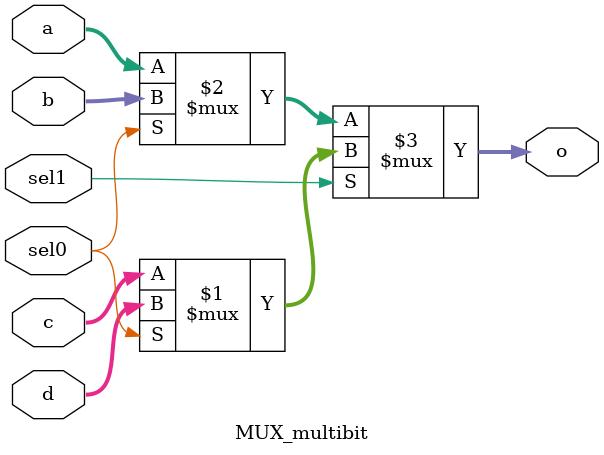
<source format=v>
`timescale 1ns / 1ps
module MUX_multibit(a, b, c, d, sel0, sel1, o
    );

parameter N = 4;
input [N-1:0] a, b, c, d;
input sel0, sel1;

output [N-1:0] o;

//-- body
assign o = sel1 ? (sel0 ? d : c ) : (sel0 ? b : a );


endmodule

</source>
